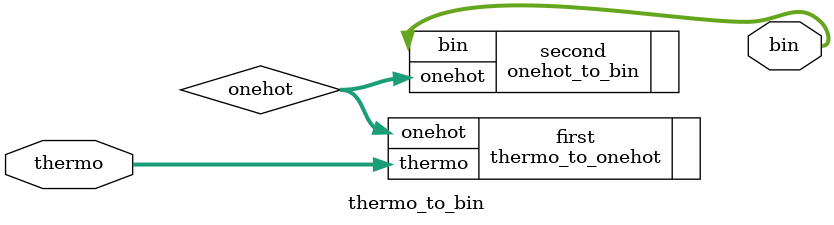
<source format=v>
`timescale 1ns/1ns

module thermo_to_bin(
    thermo,
    bin
    );

input [14:0] thermo;
output [3:0] bin;

wire [15:0] onehot;

thermo_to_onehot first(
    .thermo(thermo),
    .onehot(onehot)
);

onehot_to_bin second(
    .onehot(onehot),
    .bin(bin)
);

endmodule

</source>
